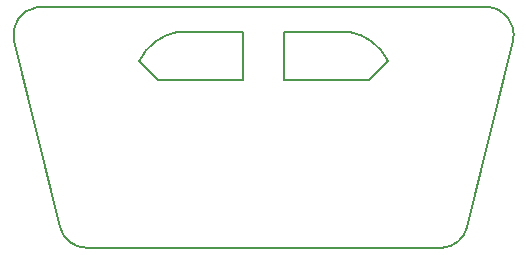
<source format=gbr>
G04 #@! TF.GenerationSoftware,KiCad,Pcbnew,(5.99.0-9812-gfee3c41c40)*
G04 #@! TF.CreationDate,2021-03-23T13:38:30-07:00*
G04 #@! TF.ProjectId,homebreakout,686f6d65-6272-4656-916b-6f75742e6b69,rev?*
G04 #@! TF.SameCoordinates,Original*
G04 #@! TF.FileFunction,Profile,NP*
%FSLAX46Y46*%
G04 Gerber Fmt 4.6, Leading zero omitted, Abs format (unit mm)*
G04 Created by KiCad (PCBNEW (5.99.0-9812-gfee3c41c40)) date 2021-03-23 13:38:30*
%MOMM*%
%LPD*%
G01*
G04 APERTURE LIST*
G04 #@! TA.AperFunction,Profile*
%ADD10C,0.200000*%
G04 #@! TD*
G04 APERTURE END LIST*
D10*
X143561218Y-53301028D02*
G75*
G02*
X146909901Y-50800000I4101283J-1998972D01*
G01*
X163062578Y-54863668D02*
X164634329Y-53291918D01*
X169261185Y-69094345D02*
X139100432Y-69099999D01*
X175208649Y-51567243D02*
X171333649Y-67348461D01*
X152400000Y-54863668D02*
X152400000Y-50800000D01*
X161290100Y-50800000D02*
G75*
G02*
X164634329Y-53291918I-752601J-4500000D01*
G01*
X155800000Y-54863668D02*
X163062578Y-54863668D01*
X152400000Y-50800000D02*
X146909901Y-50800000D01*
X139100432Y-69100000D02*
G75*
G02*
X136866351Y-67348461I-431J2300000D01*
G01*
X134902046Y-48741568D02*
X172973623Y-48718782D01*
X132991353Y-51567251D02*
G75*
G02*
X134902046Y-48741568I2233647J548470D01*
G01*
X145137422Y-54863668D02*
X152400000Y-54863668D01*
X161290099Y-50800000D02*
X155799999Y-50800000D01*
X171333649Y-67348462D02*
G75*
G02*
X169261185Y-69094345I-2233649J548462D01*
G01*
X136866351Y-67348461D02*
X132991353Y-51567252D01*
X172973624Y-48718781D02*
G75*
G02*
X175208649Y-51567243I1376J-2300000D01*
G01*
X143561218Y-53301029D02*
X145137422Y-54863668D01*
X155799999Y-50800000D02*
X155800000Y-54863668D01*
M02*

</source>
